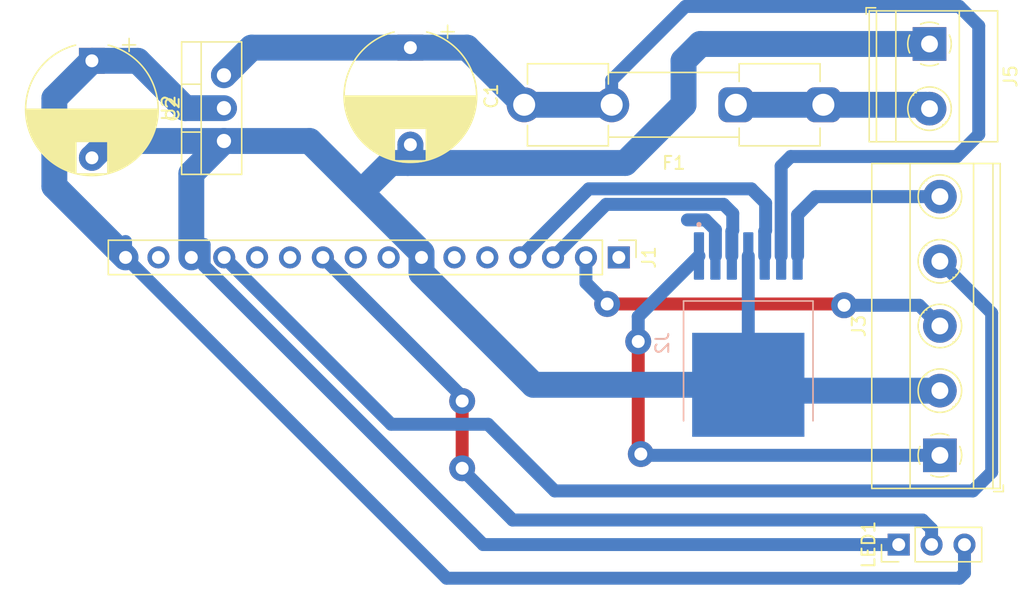
<source format=kicad_pcb>
(kicad_pcb (version 20240108) (generator "pcbnew") (generator_version "8.0")
  (layers (0 "F.Cu" signal) (31 "B.Cu" signal) (34 "B.Paste" user) (35 "F.Paste" user) (36 "B.SilkS" user "B.Silkscreen") (37 "F.SilkS" user "F.Silkscreen") (38 "B.Mask" user) (39 "F.Mask" user) (44 "Edge.Cuts" user))
  (net 0 "")
  (net 2 "12V")
  (net 3 "IN2")
  (net 6 "IN1")
  (net 9 "GND")
  (net 10 "3V3")
  (net 11 "5V")
  (net 14 "LED")
  (net 16 "POSITION")
  (net 17 "M+")
  (net 18 "FAULT")
  (net 19 "M-")
  (net 20 "Net-(J5-Pin_2)")
  (footprint "TerminalBlock_Phoenix:TerminalBlock_Phoenix_MKDS-1,5-2_1x02_P5.00mm_Horizontal" (layer "F.Cu") (at 105.1 15.6 -90)
    (property "Reference" "J5" (at 2.5 -6.26 90) (layer "F.SilkS"))
    (property "Value" "Conn_01x02")
    (pad "1" thru_hole rect (at 0 0 270) (size 2.6 2.6) (drill 1.3) (layers "*.Cu" "*.Mask") (net 9 "GND"))
    (pad "2" thru_hole circle (at 5 0 270) (size 2.6 2.6) (drill 1.3) (layers "*.Cu" "*.Mask") (net 20 "Net-(J5-Pin_2)"))
  )
  (footprint "Connector_PinHeader_2.54mm:PinHeader_1x03_P2.54mm_Vertical" (layer "F.Cu") (at 102.72 54.3 90)
    (property "Reference" "LED1" (at 0 -2.33 -90) (layer "F.SilkS"))
    (property "Value" "Conn_01x03")
    (pad "1" thru_hole rect (at 0 0 90) (size 1.7 1.7) (drill 1) (layers "*.Cu" "*.Mask") (net 9 "GND"))
    (pad "2" thru_hole oval (at 0 2.54 90) (size 1.7 1.7) (drill 1) (layers "*.Cu" "*.Mask") (net 14 "LED"))
    (pad "3" thru_hole oval (at 0 5.08 90) (size 1.7 1.7) (drill 1) (layers "*.Cu" "*.Mask") (net 11 "5V"))
  )
  (footprint "Capacitor_THT:CP_Radial_D10.0mm_P7.50mm" (layer "F.Cu") (at 40.4 16.9 -90)
    (property "Reference" "C2" (at 3.75 -6.25 90) (layer "F.SilkS"))
    (property "Value" "C_Polarized")
    (pad "1" thru_hole rect (at 0 0 270) (size 2 2) (drill 1) (layers "*.Cu" "*.Mask") (net 11 "5V"))
    (pad "2" thru_hole circle (at 7.5 0 270) (size 2 2) (drill 1) (layers "*.Cu" "*.Mask") (net 9 "GND"))
  )
  (footprint "Capacitor_THT:CP_Radial_D10.0mm_P7.50mm" (layer "F.Cu") (at 65 15.882323 -90)
    (property "Reference" "C1" (at 3.75 -6.25 90) (layer "F.SilkS"))
    (property "Value" "C_Polarized")
    (pad "1" thru_hole rect (at 0 0 270) (size 2 2) (drill 1) (layers "*.Cu" "*.Mask") (net 2 "12V"))
    (pad "2" thru_hole circle (at 7.5 0 270) (size 2 2) (drill 1) (layers "*.Cu" "*.Mask") (net 9 "GND"))
  )
  (footprint "Connector_PinHeader_2.54mm:PinHeader_1x16_P2.54mm_Vertical" (layer "F.Cu") (at 81.1 32.1 -90)
    (property "Reference" "J1" (at 0 -2.33 90) (layer "F.SilkS"))
    (property "Value" "Conn_01x16")
    (pad "1" thru_hole rect (at 0 0 270) (size 1.7 1.7) (drill 1) (layers "*.Cu" "*.Mask"))
    (pad "2" thru_hole oval (at 0 2.54 270) (size 1.7 1.7) (drill 1) (layers "*.Cu" "*.Mask") (net 16 "POSITION"))
    (pad "3" thru_hole oval (at 0 5.08 270) (size 1.7 1.7) (drill 1) (layers "*.Cu" "*.Mask") (net 6 "IN1"))
    (pad "4" thru_hole oval (at 0 7.62 270) (size 1.7 1.7) (drill 1) (layers "*.Cu" "*.Mask") (net 3 "IN2"))
    (pad "5" thru_hole oval (at 0 10.16 270) (size 1.7 1.7) (drill 1) (layers "*.Cu" "*.Mask"))
    (pad "6" thru_hole oval (at 0 12.7 270) (size 1.7 1.7) (drill 1) (layers "*.Cu" "*.Mask"))
    (pad "7" thru_hole oval (at 0 15.24 270) (size 1.7 1.7) (drill 1) (layers "*.Cu" "*.Mask") (net 9 "GND"))
    (pad "8" thru_hole oval (at 0 17.78 270) (size 1.7 1.7) (drill 1) (layers "*.Cu" "*.Mask"))
    (pad "9" thru_hole oval (at 0 20.32 270) (size 1.7 1.7) (drill 1) (layers "*.Cu" "*.Mask"))
    (pad "10" thru_hole oval (at 0 22.86 270) (size 1.7 1.7) (drill 1) (layers "*.Cu" "*.Mask") (net 14 "LED"))
    (pad "11" thru_hole oval (at 0 25.4 270) (size 1.7 1.7) (drill 1) (layers "*.Cu" "*.Mask"))
    (pad "12" thru_hole oval (at 0 27.94 270) (size 1.7 1.7) (drill 1) (layers "*.Cu" "*.Mask"))
    (pad "13" thru_hole oval (at 0 30.48 270) (size 1.7 1.7) (drill 1) (layers "*.Cu" "*.Mask") (net 10 "3V3"))
    (pad "14" thru_hole oval (at 0 33.02 270) (size 1.7 1.7) (drill 1) (layers "*.Cu" "*.Mask") (net 9 "GND"))
    (pad "15" thru_hole oval (at 0 35.56 270) (size 1.7 1.7) (drill 1) (layers "*.Cu" "*.Mask"))
    (pad "16" thru_hole oval (at 0 38.1 270) (size 1.7 1.7) (drill 1) (layers "*.Cu" "*.Mask") (net 11 "5V"))
  )
  (footprint "Package_TO_SOT_THT:TO-220-3_Vertical" (layer "F.Cu") (at 50.6 23.1 90)
    (property "Reference" "U2" (at 2.54 -4.27 -90) (layer "F.SilkS"))
    (property "Value" "LM1117T-5.0")
    (pad "1" thru_hole rect (at 0 0 90) (size 1.905 2) (drill 1.1) (layers "*.Cu" "*.Mask") (net 9 "GND"))
    (pad "2" thru_hole oval (at 2.54 0 90) (size 1.905 2) (drill 1.1) (layers "*.Cu" "*.Mask") (net 11 "5V"))
    (pad "3" thru_hole oval (at 5.08 0 90) (size 1.905 2) (drill 1.1) (layers "*.Cu" "*.Mask") (net 2 "12V"))
  )
  (footprint "Fuse:Fuseholder_Clip-5x20mm_Keystone_3517_Inline_P23.11x6.76mm_D1.70mm_Horizontal" (layer "F.Cu") (at 96.9 20.3 180)
    (property "Reference" "F1" (at 11.555 -4.5 180) (layer "F.SilkS"))
    (property "Value" "Fuse")
    (pad "1" thru_hole roundrect (at 0 0 180) (size 2.7 2.7) (drill 1.7) (layers "*.Cu" "*.Mask") (net 20 "Net-(J5-Pin_2)"))
    (pad "1" thru_hole roundrect (at 6.76 0 180) (size 2.7 2.7) (drill 1.7) (layers "*.Cu" "*.Mask") (net 20 "Net-(J5-Pin_2)"))
    (pad "2" thru_hole circle (at 16.35 0 180) (size 2.7 2.7) (drill 1.7) (layers "*.Cu" "*.Mask") (net 2 "12V"))
    (pad "2" thru_hole circle (at 23.11 0 180) (size 2.7 2.7) (drill 1.7) (layers "*.Cu" "*.Mask") (net 2 "12V"))
  )
  (footprint "TerminalBlock_Phoenix:TerminalBlock_Phoenix_MKDS-1,5-5_1x05_P5.00mm_Horizontal" (layer "F.Cu") (at 105.9 47.4 90)
    (property "Reference" "J3" (at 10 -6.26 -90) (layer "F.SilkS"))
    (property "Value" "Conn_01x05")
    (pad "1" thru_hole rect (at 0 0 90) (size 2.6 2.6) (drill 1.3) (layers "*.Cu" "*.Mask") (net 17 "M+"))
    (pad "2" thru_hole circle (at 5 0 90) (size 2.6 2.6) (drill 1.3) (layers "*.Cu" "*.Mask") (net 9 "GND"))
    (pad "3" thru_hole circle (at 10 0 90) (size 2.6 2.6) (drill 1.3) (layers "*.Cu" "*.Mask") (net 16 "POSITION"))
    (pad "4" thru_hole circle (at 15 0 90) (size 2.6 2.6) (drill 1.3) (layers "*.Cu" "*.Mask") (net 10 "3V3"))
    (pad "5" thru_hole circle (at 20 0 90) (size 2.6 2.6) (drill 1.3) (layers "*.Cu" "*.Mask") (net 19 "M-"))
  )
  (footprint "tle5205:DPAK127P1500X440-8N" (layer "B.Cu") (at 91.1 38.0575 -90)
    (property "Reference" "J2" (at 0.675 6.635 90) (layer "B.SilkS") (effects (justify mirror)))
    (property "Value" "Conn_01x08")
    (pad "1" smd roundrect (at -6.07 3.81 270) (size 3.67 0.79) (layers "B.Cu" "B.Paste" "B.Mask") (roundrect_rratio 0.1) (net 17 "M+"))
    (pad "2" smd roundrect (at -6.07 2.54 270) (size 3.67 0.79) (layers "B.Cu" "B.Paste" "B.Mask") (roundrect_rratio 0.1) (net 18 "FAULT"))
    (pad "3" smd roundrect (at -6.07 1.27 270) (size 3.67 0.79) (layers "B.Cu" "B.Paste" "B.Mask") (roundrect_rratio 0.1) (net 6 "IN1"))
    (pad "4" smd roundrect (at -6.07 0 270) (size 3.67 0.79) (layers "B.Cu" "B.Paste" "B.Mask") (roundrect_rratio 0.1) (net 9 "GND"))
    (pad "5" smd roundrect (at -6.07 -1.27 270) (size 3.67 0.79) (layers "B.Cu" "B.Paste" "B.Mask") (roundrect_rratio 0.1) (net 3 "IN2"))
    (pad "6" smd roundrect (at -6.07 -2.54 270) (size 3.67 0.79) (layers "B.Cu" "B.Paste" "B.Mask") (roundrect_rratio 0.1) (net 2 "12V"))
    (pad "7" smd roundrect (at -6.07 -3.81 270) (size 3.67 0.79) (layers "B.Cu" "B.Paste" "B.Mask") (roundrect_rratio 0.1) (net 19 "M-"))
    (pad "8" smd rect (at 3.89 0 270) (size 8.04 8.67) (layers "B.Cu" "B.Mask") (net 9 "GND"))
  )
  (segment (start 107.4 12.7) (end 108.9 14.2) (width 1) (layer "B.Cu") (net 2))
  (segment (start 52.737677 15.882323) (end 50.6 18.02) (width 2) (layer "B.Cu") (net 2))
  (segment (start 107.2 24.3) (end 94.38 24.3) (width 1) (layer "B.Cu") (net 2))
  (segment (start 108.9 22.6) (end 107.2 24.3) (width 1) (layer "B.Cu") (net 2))
  (segment (start 80.55 18.390812) (end 86.240812 12.7) (width 1) (layer "B.Cu") (net 2))
  (segment (start 93.64 25.04) (end 93.64 31.9875) (width 1) (layer "B.Cu") (net 2))
  (segment (start 69.372323 15.882323) (end 73.79 20.3) (width 2) (layer "B.Cu") (net 2))
  (segment (start 65 15.882323) (end 69.372323 15.882323) (width 2) (layer "B.Cu") (net 2))
  (segment (start 80.55 20.3) (end 80.55 18.390812) (width 1) (layer "B.Cu") (net 2))
  (segment (start 65 15.882323) (end 52.737677 15.882323) (width 2) (layer "B.Cu") (net 2))
  (segment (start 86.240812 12.7) (end 107.4 12.7) (width 1) (layer "B.Cu") (net 2))
  (segment (start 80.55 20.3) (end 73.79 20.3) (width 2) (layer "B.Cu") (net 2))
  (segment (start 94.38 24.3) (end 93.64 25.04) (width 1) (layer "B.Cu") (net 2))
  (segment (start 108.9 14.2) (end 108.9 22.6) (width 1) (layer "B.Cu") (net 2))
  (segment (start 92.44 27.9) (end 92.44 30.011638) (width 1) (layer "B.Cu") (net 3))
  (segment (start 73.48 32.1) (end 78.78 26.8) (width 1) (layer "B.Cu") (net 3))
  (segment (start 91.34 26.8) (end 92.44 27.9) (width 1) (layer "B.Cu") (net 3))
  (segment (start 92.37 30.081638) (end 92.37 31.9875) (width 1) (layer "B.Cu") (net 3))
  (segment (start 78.78 26.8) (end 91.34 26.8) (width 1) (layer "B.Cu") (net 3))
  (segment (start 92.44 30.011638) (end 92.37 30.081638) (width 1) (layer "B.Cu") (net 3))
  (segment (start 89.9 28.7) (end 89.9 30.011638) (width 1) (layer "B.Cu") (net 6))
  (segment (start 76.02 32.1) (end 80.12 28) (width 1) (layer "B.Cu") (net 6))
  (segment (start 89.83 30.081638) (end 89.83 31.9875) (width 1) (layer "B.Cu") (net 6))
  (segment (start 89.9 30.011638) (end 89.83 30.081638) (width 1) (layer "B.Cu") (net 6))
  (segment (start 89.2 28) (end 89.9 28.7) (width 1) (layer "B.Cu") (net 6))
  (segment (start 80.12 28) (end 89.2 28) (width 1) (layer "B.Cu") (net 6))
  (segment (start 41.7 23.1) (end 40.4 24.4) (width 2) (layer "B.Cu") (net 9))
  (segment (start 63.459138 24.8) (end 61.189138 27.07) (width 2) (layer "B.Cu") (net 9))
  (segment (start 65 23.382323) (end 65 24.6) (width 2) (layer "B.Cu") (net 9))
  (segment (start 65.86 32.1) (end 65.86 33.302081) (width 2) (layer "B.Cu") (net 9))
  (segment (start 64.8 24.8) (end 63.459138 24.8) (width 2) (layer "B.Cu") (net 9))
  (segment (start 48.08 32.1) (end 48.08 25.62) (width 2) (layer "B.Cu") (net 9))
  (segment (start 57.219138 23.1) (end 61.189138 27.07) (width 2) (layer "B.Cu") (net 9))
  (segment (start 48.08 32.1) (end 49.07 31.11) (width 1) (layer "B.Cu") (net 9))
  (segment (start 65.86 32.1) (end 65.86 31.740862) (width 2) (layer "B.Cu") (net 9))
  (segment (start 49.07 32.742032) (end 69.713984 53.386016) (width 1) (layer "B.Cu") (net 9))
  (segment (start 50.6 23.1) (end 41.7 23.1) (width 2) (layer "B.Cu") (net 9))
  (segment (start 81.6 24.8) (end 64.8 24.8) (width 2) (layer "B.Cu") (net 9))
  (segment (start 105.9 42.4) (end 91.5525 42.4) (width 2) (layer "B.Cu") (net 9))
  (segment (start 50.6 23.1) (end 57.219138 23.1) (width 2) (layer "B.Cu") (net 9))
  (segment (start 86.1 16.9) (end 86.1 20.3) (width 2) (layer "B.Cu") (net 9))
  (segment (start 91.1 31.9875) (end 91.1 41.9475) (width 1) (layer "B.Cu") (net 9))
  (segment (start 86.1 20.3) (end 81.6 24.8) (width 2) (layer "B.Cu") (net 9))
  (segment (start 48.08 25.62) (end 50.6 23.1) (width 2) (layer "B.Cu") (net 9))
  (segment (start 102.72 54.3) (end 70.627968 54.3) (width 1) (layer "B.Cu") (net 9))
  (segment (start 70.627968 54.3) (end 69.713984 53.386016) (width 1) (layer "B.Cu") (net 9))
  (segment (start 65.86 31.740862) (end 61.189138 27.07) (width 2) (layer "B.Cu") (net 9))
  (segment (start 87.4 15.6) (end 86.1 16.9) (width 2) (layer "B.Cu") (net 9))
  (segment (start 74.505419 41.9475) (end 91.1 41.9475) (width 2) (layer "B.Cu") (net 9))
  (segment (start 65 24.6) (end 64.8 24.8) (width 2) (layer "B.Cu") (net 9))
  (segment (start 65.86 33.302081) (end 74.505419 41.9475) (width 2) (layer "B.Cu") (net 9))
  (segment (start 91.5525 42.4) (end 91.1 41.9475) (width 2) (layer "B.Cu") (net 9))
  (segment (start 49.07 31.11) (end 49.07 32.742032) (width 1) (layer "B.Cu") (net 9))
  (segment (start 105.1 15.6) (end 87.4 15.6) (width 2) (layer "B.Cu") (net 9))
  (segment (start 108.45 50.15) (end 76.15 50.15) (width 1) (layer "B.Cu") (net 10))
  (segment (start 63.52 45) (end 50.62 32.1) (width 1) (layer "B.Cu") (net 10))
  (segment (start 105.9 32.4) (end 109.9 36.4) (width 1) (layer "B.Cu") (net 10))
  (segment (start 109.9 36.4) (end 109.9 48.7) (width 1) (layer "B.Cu") (net 10))
  (segment (start 76.15 50.15) (end 71 45) (width 1) (layer "B.Cu") (net 10))
  (segment (start 109.9 48.7) (end 108.45 50.15) (width 1) (layer "B.Cu") (net 10))
  (segment (start 71 45) (end 63.52 45) (width 1) (layer "B.Cu") (net 10))
  (segment (start 107.8 54.3) (end 107.8 56.5) (width 1) (layer "B.Cu") (net 11))
  (segment (start 43 32.1) (end 37.5 26.6) (width 2) (layer "B.Cu") (net 11))
  (segment (start 43.94 16.9) (end 40.4 16.9) (width 2) (layer "B.Cu") (net 11))
  (segment (start 67.7 56.8) (end 43 32.1) (width 1) (layer "B.Cu") (net 11))
  (segment (start 67.8 56.9) (end 67.7 56.8) (width 1) (layer "B.Cu") (net 11))
  (segment (start 107.4 56.9) (end 67.8 56.9) (width 1) (layer "B.Cu") (net 11))
  (segment (start 43 32.1) (end 43 30.87) (width 1) (layer "B.Cu") (net 11))
  (segment (start 47.6 20.56) (end 43.94 16.9) (width 2) (layer "B.Cu") (net 11))
  (segment (start 107.8 56.5) (end 107.4 56.9) (width 1) (layer "B.Cu") (net 11))
  (segment (start 37.5 26.6) (end 37.5 19.8) (width 2) (layer "B.Cu") (net 11))
  (segment (start 50.6 20.56) (end 47.6 20.56) (width 2) (layer "B.Cu") (net 11))
  (segment (start 37.5 19.8) (end 40.4 16.9) (width 2) (layer "B.Cu") (net 11))
  (segment (start 69 48.4) (end 69 43.2) (width 1) (layer "F.Cu") (net 14))
  (via (at 69 48.4) (size 2) (drill 1) (layers "F.Cu" "B.Cu") (net 14))
  (via (at 69 43.2) (size 2) (drill 1) (layers "F.Cu" "B.Cu") (net 14))
  (segment (start 105.26 53.097919) (end 104.562081 52.4) (width 1) (layer "B.Cu") (net 14))
  (segment (start 104.562081 52.4) (end 72.9 52.4) (width 1) (layer "B.Cu") (net 14))
  (segment (start 72.9 52.4) (end 69 48.5) (width 1) (layer "B.Cu") (net 14))
  (segment (start 69 48.5) (end 69 48.4) (width 1) (layer "B.Cu") (net 14))
  (segment (start 69 42.86) (end 58.24 32.1) (width 1) (layer "B.Cu") (net 14))
  (segment (start 105.26 54.3) (end 105.26 53.097919) (width 1) (layer "B.Cu") (net 14))
  (segment (start 69 43.2) (end 69 42.86) (width 1) (layer "B.Cu") (net 14))
  (segment (start 69 48.9) (end 69 48.4) (width 1) (layer "B.Cu") (net 14))
  (segment (start 98.4 35.7) (end 98.5 35.8) (width 1) (layer "F.Cu") (net 16))
  (segment (start 80.2 35.7) (end 98.4 35.7) (width 1) (layer "F.Cu") (net 16))
  (via (at 80.2 35.7) (size 2) (drill 1) (layers "F.Cu" "B.Cu") (net 16))
  (via (at 98.5 35.8) (size 2) (drill 1) (layers "F.Cu" "B.Cu") (net 16))
  (segment (start 98.5 35.8) (end 104.3 35.8) (width 1) (layer "B.Cu") (net 16))
  (segment (start 80.2 35.7) (end 78.56 34.06) (width 1) (layer "B.Cu") (net 16))
  (segment (start 104.3 35.8) (end 105.9 37.4) (width 1) (layer "B.Cu") (net 16))
  (segment (start 78.56 34.06) (end 78.56 32.1) (width 1) (layer "B.Cu") (net 16))
  (segment (start 82.6 38.6) (end 82.6 47.1) (width 1) (layer "F.Cu") (net 17))
  (segment (start 82.6 47.1) (end 82.8 47.3) (width 1) (layer "F.Cu") (net 17))
  (via (at 82.8 47.3) (size 2) (drill 1) (layers "F.Cu" "B.Cu") (net 17))
  (via (at 82.6 38.6) (size 2) (drill 1) (layers "F.Cu" "B.Cu") (net 17))
  (segment (start 82.6 38.6) (end 82.6 36.6775) (width 1) (layer "B.Cu") (net 17))
  (segment (start 105.9 47.4) (end 82.9 47.4) (width 1) (layer "B.Cu") (net 17))
  (segment (start 82.9 47.4) (end 82.8 47.3) (width 1) (layer "B.Cu") (net 17))
  (segment (start 82.6 36.6775) (end 87.29 31.9875) (width 1) (layer "B.Cu") (net 17))
  (segment (start 88.56 29.96) (end 87.8 29.2) (width 1) (layer "B.Cu") (net 18))
  (segment (start 88.56 31.9875) (end 88.56 29.96) (width 1) (layer "B.Cu") (net 18))
  (segment (start 87.8 29.2) (end 86.4 29.2) (width 1) (layer "B.Cu") (net 18))
  (segment (start 105.9 27.4) (end 96.31 27.4) (width 1) (layer "B.Cu") (net 19))
  (segment (start 94.91 31.9875) (end 94.91 28.8) (width 1) (layer "B.Cu") (net 19))
  (segment (start 96.31 27.4) (end 94.91 28.8) (width 1) (layer "B.Cu") (net 19))
  (segment (start 90.14 20.3) (end 96.9 20.3) (width 2) (layer "B.Cu") (net 20))
  (segment (start 96.9 20.3) (end 104.8 20.3) (width 2) (layer "B.Cu") (net 20))
  (segment (start 104.8 20.3) (end 105.1 20.6) (width 2) (layer "B.Cu") (net 20))
)
</source>
